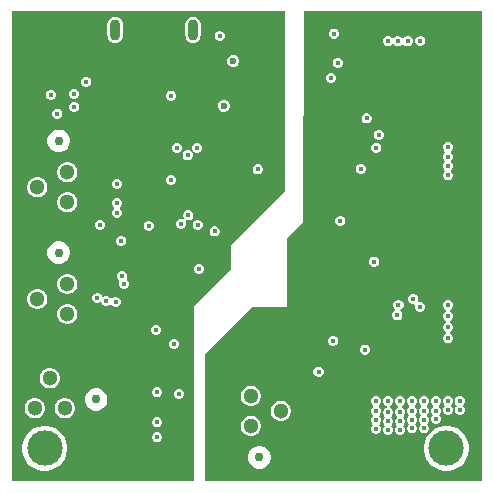
<source format=gbr>
%TF.GenerationSoftware,Altium Limited,Altium Designer,22.10.1 (41)*%
G04 Layer_Physical_Order=2*
G04 Layer_Color=36540*
%FSLAX45Y45*%
%MOMM*%
%TF.SameCoordinates,8EF9DDD9-B046-4884-B7CB-8C41A3A7CB5C*%
%TF.FilePolarity,Positive*%
%TF.FileFunction,Copper,L2,Inr,Signal*%
%TF.Part,Single*%
G01*
G75*
%TA.AperFunction,ComponentPad*%
%ADD46C,1.30000*%
%ADD47C,0.75000*%
%TA.AperFunction,WasherPad*%
%ADD48C,3.00000*%
%TA.AperFunction,SMDPad,CuDef*%
%ADD49C,3.00000*%
%TA.AperFunction,ComponentPad*%
%ADD50O,0.90000X1.80000*%
%TA.AperFunction,ViaPad*%
%ADD51C,0.45000*%
%ADD52C,0.50000*%
%ADD53C,0.60000*%
G36*
X4000000Y20391D02*
X1657773D01*
Y1097500D01*
X2052500Y1495000D01*
X2350000D01*
X2355000Y2082500D01*
X2487500Y2215000D01*
X2492500Y4000000D01*
X4000000D01*
Y20391D01*
D02*
G37*
G36*
X2335000Y2475000D02*
X1875000Y2015000D01*
Y1815000D01*
X1560000Y1500000D01*
Y20391D01*
X20391D01*
Y4000000D01*
X2335000D01*
Y2475000D01*
D02*
G37*
%LPC*%
G36*
X3380954Y3787501D02*
X3364047D01*
X3348426Y3781031D01*
X3336471Y3769076D01*
X3336351Y3768787D01*
X3323651D01*
X3323531Y3769076D01*
X3311576Y3781031D01*
X3295955Y3787501D01*
X3279048D01*
X3263428Y3781031D01*
X3253810Y3771414D01*
X3246252Y3770031D01*
X3238694Y3771414D01*
X3229077Y3781031D01*
X3213456Y3787501D01*
X3196549D01*
X3180928Y3781031D01*
X3168973Y3769076D01*
X3162503Y3753455D01*
Y3736548D01*
X3168973Y3720927D01*
X3180928Y3708972D01*
X3196549Y3702502D01*
X3213456D01*
X3229077Y3708972D01*
X3238694Y3718589D01*
X3246252Y3719972D01*
X3253810Y3718589D01*
X3263428Y3708972D01*
X3279048Y3702502D01*
X3295955D01*
X3311576Y3708972D01*
X3323531Y3720927D01*
X3323651Y3721216D01*
X3336351D01*
X3336471Y3720927D01*
X3348426Y3708972D01*
X3364047Y3702502D01*
X3380954D01*
X3396574Y3708972D01*
X3408530Y3720927D01*
X3415000Y3736548D01*
Y3753455D01*
X3408530Y3769076D01*
X3396574Y3781031D01*
X3380954Y3787501D01*
D02*
G37*
G36*
X2758454Y3852500D02*
X2741546D01*
X2725926Y3846030D01*
X2713970Y3834074D01*
X2707500Y3818454D01*
Y3801546D01*
X2713970Y3785926D01*
X2725926Y3773970D01*
X2741546Y3767500D01*
X2758454D01*
X2774074Y3773970D01*
X2786030Y3785926D01*
X2792500Y3801546D01*
Y3818454D01*
X2786030Y3834074D01*
X2774074Y3846030D01*
X2758454Y3852500D01*
D02*
G37*
G36*
X3488452Y3790001D02*
X3471544D01*
X3455924Y3783530D01*
X3443968Y3771575D01*
X3437498Y3755954D01*
Y3739047D01*
X3443968Y3723427D01*
X3455924Y3711471D01*
X3471544Y3705001D01*
X3488452D01*
X3504072Y3711471D01*
X3516028Y3723427D01*
X3522498Y3739047D01*
Y3755954D01*
X3516028Y3771575D01*
X3504072Y3783530D01*
X3488452Y3790001D01*
D02*
G37*
G36*
X2788453Y3602498D02*
X2771546D01*
X2755925Y3596028D01*
X2743970Y3584072D01*
X2737500Y3568452D01*
Y3551544D01*
X2743970Y3535924D01*
X2755925Y3523968D01*
X2771546Y3517498D01*
X2788453D01*
X2804074Y3523968D01*
X2816029Y3535924D01*
X2822499Y3551544D01*
Y3568452D01*
X2816029Y3584072D01*
X2804074Y3596028D01*
X2788453Y3602498D01*
D02*
G37*
G36*
X2733253Y3477499D02*
X2716346D01*
X2700725Y3471029D01*
X2688770Y3459074D01*
X2682300Y3443453D01*
Y3426546D01*
X2688770Y3410925D01*
X2700725Y3398970D01*
X2716346Y3392500D01*
X2733253D01*
X2748874Y3398970D01*
X2760829Y3410925D01*
X2767299Y3426546D01*
Y3443453D01*
X2760829Y3459074D01*
X2748874Y3471029D01*
X2733253Y3477499D01*
D02*
G37*
G36*
X3033454Y3135000D02*
X3016546D01*
X3000926Y3128530D01*
X2988970Y3116574D01*
X2982500Y3100954D01*
Y3084046D01*
X2988970Y3068426D01*
X3000926Y3056470D01*
X3016546Y3050000D01*
X3033454D01*
X3049074Y3056470D01*
X3061030Y3068426D01*
X3067500Y3084046D01*
Y3100954D01*
X3061030Y3116574D01*
X3049074Y3128530D01*
X3033454Y3135000D01*
D02*
G37*
G36*
X3135954Y2995000D02*
X3119046D01*
X3103426Y2988530D01*
X3091470Y2976574D01*
X3085000Y2960954D01*
Y2944046D01*
X3091470Y2928426D01*
X3103426Y2916470D01*
X3119046Y2910000D01*
X3135954D01*
X3151574Y2916470D01*
X3163530Y2928426D01*
X3170000Y2944046D01*
Y2960954D01*
X3163530Y2976574D01*
X3151574Y2988530D01*
X3135954Y2995000D01*
D02*
G37*
G36*
X3115954Y2887500D02*
X3099046D01*
X3083426Y2881030D01*
X3071470Y2869074D01*
X3065000Y2853454D01*
Y2836546D01*
X3071470Y2820926D01*
X3083426Y2808970D01*
X3099046Y2802500D01*
X3115954D01*
X3131574Y2808970D01*
X3143530Y2820926D01*
X3150000Y2836546D01*
Y2853454D01*
X3143530Y2869074D01*
X3131574Y2881030D01*
X3115954Y2887500D01*
D02*
G37*
G36*
X2983454Y2705000D02*
X2966546D01*
X2950926Y2698530D01*
X2938970Y2686574D01*
X2932500Y2670954D01*
Y2654046D01*
X2938970Y2638426D01*
X2950926Y2626470D01*
X2966546Y2620000D01*
X2983454D01*
X2999074Y2626470D01*
X3011030Y2638426D01*
X3017500Y2654046D01*
Y2670954D01*
X3011030Y2686574D01*
X2999074Y2698530D01*
X2983454Y2705000D01*
D02*
G37*
G36*
X3721453Y2890002D02*
X3704545D01*
X3688925Y2883532D01*
X3676969Y2871577D01*
X3670499Y2855956D01*
Y2839049D01*
X3676969Y2823428D01*
X3684231Y2816167D01*
X3687511Y2807919D01*
X3684231Y2799671D01*
X3676969Y2792409D01*
X3670499Y2776789D01*
Y2759881D01*
X3676969Y2744261D01*
X3684231Y2736999D01*
X3687511Y2728751D01*
X3684231Y2720503D01*
X3676969Y2713242D01*
X3670499Y2697621D01*
Y2680714D01*
X3676969Y2665093D01*
X3684231Y2657832D01*
X3687511Y2649584D01*
X3684231Y2641336D01*
X3676969Y2634074D01*
X3670499Y2618454D01*
Y2601546D01*
X3676969Y2585926D01*
X3688925Y2573970D01*
X3704545Y2567500D01*
X3721453D01*
X3737073Y2573970D01*
X3749029Y2585926D01*
X3755499Y2601546D01*
Y2618454D01*
X3749029Y2634074D01*
X3741767Y2641336D01*
X3738487Y2649584D01*
X3741767Y2657832D01*
X3749029Y2665093D01*
X3755499Y2680714D01*
Y2697621D01*
X3749029Y2713242D01*
X3741767Y2720503D01*
X3738487Y2728751D01*
X3741767Y2736999D01*
X3749029Y2744261D01*
X3755499Y2759881D01*
Y2776789D01*
X3749029Y2792409D01*
X3741767Y2799671D01*
X3738487Y2807919D01*
X3741767Y2816167D01*
X3749029Y2823428D01*
X3755499Y2839049D01*
Y2855956D01*
X3749029Y2871577D01*
X3737073Y2883532D01*
X3721453Y2890002D01*
D02*
G37*
G36*
X2810954Y2265000D02*
X2794046D01*
X2778426Y2258530D01*
X2766470Y2246574D01*
X2760000Y2230954D01*
Y2214046D01*
X2766470Y2198426D01*
X2778426Y2186470D01*
X2794046Y2180000D01*
X2810954D01*
X2826574Y2186470D01*
X2838530Y2198426D01*
X2845000Y2214046D01*
Y2230954D01*
X2838530Y2246574D01*
X2826574Y2258530D01*
X2810954Y2265000D01*
D02*
G37*
G36*
X3098454Y1922500D02*
X3081546D01*
X3065926Y1916030D01*
X3053970Y1904074D01*
X3047500Y1888454D01*
Y1871546D01*
X3053970Y1855926D01*
X3065926Y1843970D01*
X3081546Y1837500D01*
X3098454D01*
X3114074Y1843970D01*
X3126030Y1855926D01*
X3132500Y1871546D01*
Y1888454D01*
X3126030Y1904074D01*
X3114074Y1916030D01*
X3098454Y1922500D01*
D02*
G37*
G36*
X3428452Y1605001D02*
X3411545D01*
X3395924Y1598531D01*
X3383969Y1586575D01*
X3377498Y1570955D01*
Y1554048D01*
X3383969Y1538427D01*
X3395924Y1526472D01*
X3411545Y1520002D01*
X3425608D01*
X3432338Y1513115D01*
X3434739Y1508859D01*
X3432500Y1503454D01*
Y1486546D01*
X3438970Y1470926D01*
X3450926Y1458970D01*
X3466546Y1452500D01*
X3483454D01*
X3499074Y1458970D01*
X3511030Y1470926D01*
X3517500Y1486546D01*
Y1503454D01*
X3511030Y1519074D01*
X3499074Y1531030D01*
X3483454Y1537500D01*
X3469390D01*
X3462661Y1544386D01*
X3460259Y1548642D01*
X3462498Y1554048D01*
Y1570955D01*
X3456028Y1586575D01*
X3444072Y1598531D01*
X3428452Y1605001D01*
D02*
G37*
G36*
X3303171Y1555281D02*
X3286264D01*
X3270643Y1548810D01*
X3258688Y1536855D01*
X3252218Y1521234D01*
Y1504327D01*
X3258688Y1488707D01*
X3269194Y1478201D01*
X3269336Y1470032D01*
X3268169Y1464030D01*
X3260928Y1461031D01*
X3248973Y1449075D01*
X3242503Y1433455D01*
Y1416547D01*
X3248973Y1400927D01*
X3260928Y1388971D01*
X3276549Y1382501D01*
X3293456D01*
X3309076Y1388971D01*
X3321032Y1400927D01*
X3327502Y1416547D01*
Y1433455D01*
X3321032Y1449075D01*
X3310526Y1459581D01*
X3310384Y1467750D01*
X3311551Y1473752D01*
X3318792Y1476751D01*
X3330747Y1488707D01*
X3337217Y1504327D01*
Y1521234D01*
X3330747Y1536855D01*
X3318792Y1548810D01*
X3303171Y1555281D01*
D02*
G37*
G36*
X3720952Y1552500D02*
X3704045D01*
X3688424Y1546030D01*
X3676469Y1534074D01*
X3669999Y1518454D01*
Y1501546D01*
X3676469Y1485926D01*
X3688424Y1473970D01*
X3697511Y1470207D01*
Y1456460D01*
X3688424Y1452696D01*
X3676469Y1440741D01*
X3669999Y1425120D01*
Y1408213D01*
X3676469Y1392593D01*
X3688424Y1380637D01*
X3697511Y1376873D01*
Y1363127D01*
X3688424Y1359363D01*
X3676469Y1347408D01*
X3669999Y1331787D01*
Y1314880D01*
X3676469Y1299259D01*
X3688424Y1287304D01*
X3697511Y1283540D01*
Y1269793D01*
X3688424Y1266030D01*
X3676469Y1254074D01*
X3669999Y1238454D01*
Y1221546D01*
X3676469Y1205926D01*
X3688424Y1193970D01*
X3704045Y1187500D01*
X3720952D01*
X3736573Y1193970D01*
X3748528Y1205926D01*
X3754998Y1221546D01*
Y1238454D01*
X3748528Y1254074D01*
X3736573Y1266030D01*
X3727486Y1269793D01*
Y1283540D01*
X3736573Y1287304D01*
X3748528Y1299259D01*
X3754998Y1314880D01*
Y1331787D01*
X3748528Y1347408D01*
X3736573Y1359363D01*
X3727486Y1363127D01*
Y1376873D01*
X3736573Y1380637D01*
X3748528Y1392593D01*
X3754998Y1408213D01*
Y1425120D01*
X3748528Y1440741D01*
X3736573Y1452696D01*
X3727486Y1456460D01*
Y1470207D01*
X3736573Y1473970D01*
X3748528Y1485926D01*
X3754998Y1501546D01*
Y1518454D01*
X3748528Y1534074D01*
X3736573Y1546030D01*
X3720952Y1552500D01*
D02*
G37*
G36*
X2750954Y1250000D02*
X2734046D01*
X2718426Y1243530D01*
X2706470Y1231574D01*
X2700000Y1215954D01*
Y1199046D01*
X2706470Y1183426D01*
X2718426Y1171470D01*
X2734046Y1165000D01*
X2750954D01*
X2766574Y1171470D01*
X2778530Y1183426D01*
X2785000Y1199046D01*
Y1215954D01*
X2778530Y1231574D01*
X2766574Y1243530D01*
X2750954Y1250000D01*
D02*
G37*
G36*
X3018711Y1177702D02*
X3001804D01*
X2986183Y1171232D01*
X2974228Y1159276D01*
X2967758Y1143656D01*
Y1126748D01*
X2974228Y1111128D01*
X2986183Y1099172D01*
X3001804Y1092702D01*
X3018711D01*
X3034331Y1099172D01*
X3046287Y1111128D01*
X3052757Y1126748D01*
Y1143656D01*
X3046287Y1159276D01*
X3034331Y1171232D01*
X3018711Y1177702D01*
D02*
G37*
G36*
X2625954Y990000D02*
X2609046D01*
X2593426Y983530D01*
X2581470Y971574D01*
X2575000Y955954D01*
Y939046D01*
X2581470Y923426D01*
X2593426Y911470D01*
X2609046Y905000D01*
X2625954D01*
X2641574Y911470D01*
X2653530Y923426D01*
X2660000Y939046D01*
Y955954D01*
X2653530Y971574D01*
X2641574Y983530D01*
X2625954Y990000D01*
D02*
G37*
G36*
X2054689Y828499D02*
X2032308D01*
X2010689Y822707D01*
X1991307Y811517D01*
X1975481Y795691D01*
X1964291Y776308D01*
X1958498Y754690D01*
Y732309D01*
X1964291Y710691D01*
X1975481Y691308D01*
X1991307Y675483D01*
X2010689Y664292D01*
X2032308Y658500D01*
X2054689D01*
X2076307Y664292D01*
X2095689Y675483D01*
X2111515Y691308D01*
X2122705Y710691D01*
X2128498Y732309D01*
Y754690D01*
X2122705Y776308D01*
X2111515Y795691D01*
X2095689Y811517D01*
X2076307Y822707D01*
X2054689Y828499D01*
D02*
G37*
G36*
X3821669Y740000D02*
X3804762D01*
X3789141Y733530D01*
X3777185Y721574D01*
X3770715Y705954D01*
Y689046D01*
X3777185Y673426D01*
X3782315Y668297D01*
X3788113Y660000D01*
X3782315Y651703D01*
X3777185Y646574D01*
X3770715Y630954D01*
Y614046D01*
X3777185Y598426D01*
X3789141Y586470D01*
X3804762Y580000D01*
X3821669D01*
X3837289Y586470D01*
X3849245Y598426D01*
X3855715Y614046D01*
Y630954D01*
X3849245Y646574D01*
X3844116Y651703D01*
X3838317Y660000D01*
X3844116Y668297D01*
X3849245Y673426D01*
X3855715Y689046D01*
Y705954D01*
X3849245Y721574D01*
X3837289Y733530D01*
X3821669Y740000D01*
D02*
G37*
G36*
X3720597D02*
X3703690D01*
X3688069Y733530D01*
X3676114Y721574D01*
X3669644Y705954D01*
Y689046D01*
X3676114Y673426D01*
X3681243Y668297D01*
X3687041Y660000D01*
X3681243Y651703D01*
X3676114Y646574D01*
X3669644Y630954D01*
Y614046D01*
X3676114Y598426D01*
X3688069Y586470D01*
X3703690Y580000D01*
X3720597D01*
X3736218Y586470D01*
X3748173Y598426D01*
X3754643Y614046D01*
Y630954D01*
X3748173Y646574D01*
X3743044Y651703D01*
X3737246Y660000D01*
X3743044Y668297D01*
X3748173Y673426D01*
X3754643Y689046D01*
Y705954D01*
X3748173Y721574D01*
X3736218Y733530D01*
X3720597Y740000D01*
D02*
G37*
G36*
X2308689Y701499D02*
X2286308D01*
X2264689Y695707D01*
X2245307Y684517D01*
X2229481Y668691D01*
X2218291Y649308D01*
X2212498Y627690D01*
Y605309D01*
X2218291Y583691D01*
X2229481Y564308D01*
X2245307Y548483D01*
X2264689Y537292D01*
X2286308Y531500D01*
X2308689D01*
X2330307Y537292D01*
X2349689Y548483D01*
X2365515Y564308D01*
X2376705Y583691D01*
X2382498Y605309D01*
Y627690D01*
X2376705Y649308D01*
X2365515Y668691D01*
X2349689Y684517D01*
X2330307Y695707D01*
X2308689Y701499D01*
D02*
G37*
G36*
X3619525Y740000D02*
X3602618D01*
X3586998Y733530D01*
X3575042Y721574D01*
X3568572Y705954D01*
Y689046D01*
X3575042Y673426D01*
X3582893Y665576D01*
X3585644Y657500D01*
X3582893Y649424D01*
X3575042Y641574D01*
X3568572Y625954D01*
Y609046D01*
X3575042Y593426D01*
X3585968Y582500D01*
X3575042Y571574D01*
X3568572Y555954D01*
Y539046D01*
X3575042Y523426D01*
X3586998Y511470D01*
X3602618Y505000D01*
X3619525D01*
X3635146Y511470D01*
X3647101Y523426D01*
X3653572Y539046D01*
Y555954D01*
X3647101Y571574D01*
X3636176Y582500D01*
X3647101Y593426D01*
X3653572Y609046D01*
Y625954D01*
X3647101Y641574D01*
X3639251Y649424D01*
X3636499Y657500D01*
X3639251Y665576D01*
X3647101Y673426D01*
X3653572Y689046D01*
Y705954D01*
X3647101Y721574D01*
X3635146Y733530D01*
X3619525Y740000D01*
D02*
G37*
G36*
X3518454D02*
X3501546D01*
X3485926Y733530D01*
X3473970Y721574D01*
X3467500Y705954D01*
Y689046D01*
X3473970Y673426D01*
X3481821Y665576D01*
X3484573Y657500D01*
X3481821Y649424D01*
X3473970Y641574D01*
X3467500Y625954D01*
Y609046D01*
X3473970Y593426D01*
X3480350Y587047D01*
X3484549Y578750D01*
X3480350Y570453D01*
X3473970Y564074D01*
X3467500Y548454D01*
Y531546D01*
X3473970Y515926D01*
X3477850Y512047D01*
X3485717Y503750D01*
X3477850Y495453D01*
X3473970Y491574D01*
X3467500Y475954D01*
Y459046D01*
X3473970Y443426D01*
X3485926Y431470D01*
X3501546Y425000D01*
X3518454D01*
X3534074Y431470D01*
X3546030Y443426D01*
X3552500Y459046D01*
Y475954D01*
X3546030Y491574D01*
X3542151Y495453D01*
X3534284Y503750D01*
X3542151Y512047D01*
X3546030Y515926D01*
X3552500Y531546D01*
Y548454D01*
X3546030Y564074D01*
X3539651Y570453D01*
X3535451Y578750D01*
X3539651Y587047D01*
X3546030Y593426D01*
X3552500Y609046D01*
Y625954D01*
X3546030Y641574D01*
X3538179Y649424D01*
X3535428Y657500D01*
X3538179Y665576D01*
X3546030Y673426D01*
X3552500Y689046D01*
Y705954D01*
X3546030Y721574D01*
X3534074Y733530D01*
X3518454Y740000D01*
D02*
G37*
G36*
X3417382D02*
X3400475D01*
X3384854Y733530D01*
X3372899Y721574D01*
X3366429Y705954D01*
Y689046D01*
X3372899Y673426D01*
X3380749Y665576D01*
X3383501Y657500D01*
X3380749Y649424D01*
X3372899Y641574D01*
X3366429Y625954D01*
Y609046D01*
X3372899Y593426D01*
X3378028Y588297D01*
X3383826Y580000D01*
X3378028Y571703D01*
X3372899Y566574D01*
X3366429Y550954D01*
Y534046D01*
X3372899Y518426D01*
X3378028Y513297D01*
X3383826Y505000D01*
X3378028Y496703D01*
X3372899Y491574D01*
X3366429Y475954D01*
Y459046D01*
X3372899Y443426D01*
X3384854Y431470D01*
X3400475Y425000D01*
X3417382D01*
X3433003Y431470D01*
X3444958Y443426D01*
X3451428Y459046D01*
Y475954D01*
X3444958Y491574D01*
X3439829Y496703D01*
X3434030Y505000D01*
X3439829Y513297D01*
X3444958Y518426D01*
X3451428Y534046D01*
Y550954D01*
X3444958Y566574D01*
X3439829Y571703D01*
X3434030Y580000D01*
X3439829Y588297D01*
X3444958Y593426D01*
X3451428Y609046D01*
Y625954D01*
X3444958Y641574D01*
X3437108Y649424D01*
X3434356Y657500D01*
X3437108Y665576D01*
X3444958Y673426D01*
X3451428Y689046D01*
Y705954D01*
X3444958Y721574D01*
X3433003Y733530D01*
X3417382Y740000D01*
D02*
G37*
G36*
X3114167D02*
X3097260D01*
X3081639Y733530D01*
X3069684Y721574D01*
X3063214Y705954D01*
Y689046D01*
X3069684Y673426D01*
X3080362Y662747D01*
X3081062Y655500D01*
X3080362Y648253D01*
X3069684Y637574D01*
X3063214Y621954D01*
Y605046D01*
X3069684Y589426D01*
X3076063Y583047D01*
X3080262Y574750D01*
X3076063Y566453D01*
X3069684Y560074D01*
X3063214Y544454D01*
Y527546D01*
X3069684Y511926D01*
X3073563Y508047D01*
X3081430Y499750D01*
X3073563Y491453D01*
X3069684Y487574D01*
X3063214Y471954D01*
Y455046D01*
X3069684Y439426D01*
X3081639Y427470D01*
X3097260Y421000D01*
X3114167D01*
X3129787Y427470D01*
X3141743Y439426D01*
X3148213Y455046D01*
Y471954D01*
X3141743Y487574D01*
X3137864Y491453D01*
X3129997Y499750D01*
X3137864Y508047D01*
X3141743Y511926D01*
X3148213Y527546D01*
Y544454D01*
X3141743Y560074D01*
X3135364Y566453D01*
X3131165Y574750D01*
X3135364Y583047D01*
X3141743Y589426D01*
X3148213Y605046D01*
Y621954D01*
X3141743Y637574D01*
X3131064Y648253D01*
X3130364Y655500D01*
X3131064Y662747D01*
X3141743Y673426D01*
X3148213Y689046D01*
Y705954D01*
X3141743Y721574D01*
X3129787Y733530D01*
X3114167Y740000D01*
D02*
G37*
G36*
X3316310D02*
X3299403D01*
X3283783Y733530D01*
X3271827Y721574D01*
X3265357Y705954D01*
Y689046D01*
X3271827Y673426D01*
X3283783Y661470D01*
X3291863Y658123D01*
Y644377D01*
X3283783Y641030D01*
X3271827Y629074D01*
X3265357Y613454D01*
Y596546D01*
X3271827Y580926D01*
X3278206Y574547D01*
X3282405Y566250D01*
X3278206Y557953D01*
X3271827Y551574D01*
X3265357Y535954D01*
Y519046D01*
X3271827Y503426D01*
X3275706Y499547D01*
X3283573Y491250D01*
X3275706Y482953D01*
X3271827Y479074D01*
X3265357Y463454D01*
Y446546D01*
X3271827Y430926D01*
X3283783Y418970D01*
X3299403Y412500D01*
X3316310D01*
X3331931Y418970D01*
X3343886Y430926D01*
X3350357Y446546D01*
Y463454D01*
X3343886Y479074D01*
X3340007Y482953D01*
X3332140Y491250D01*
X3340007Y499547D01*
X3343886Y503426D01*
X3350357Y519046D01*
Y535954D01*
X3343886Y551574D01*
X3337507Y557953D01*
X3333308Y566250D01*
X3337507Y574547D01*
X3343886Y580926D01*
X3350357Y596546D01*
Y613454D01*
X3343886Y629074D01*
X3331931Y641030D01*
X3323850Y644377D01*
Y658123D01*
X3331931Y661470D01*
X3343886Y673426D01*
X3350357Y689046D01*
Y705954D01*
X3343886Y721574D01*
X3331931Y733530D01*
X3316310Y740000D01*
D02*
G37*
G36*
X3215239D02*
X3198331D01*
X3182711Y733530D01*
X3170755Y721574D01*
X3164285Y705954D01*
Y689046D01*
X3170755Y673426D01*
X3182711Y661470D01*
X3194148Y656733D01*
Y643267D01*
X3182711Y638530D01*
X3170755Y626574D01*
X3164285Y610954D01*
Y594046D01*
X3170755Y578426D01*
X3175884Y573297D01*
X3181683Y565000D01*
X3175884Y556703D01*
X3170755Y551574D01*
X3164285Y535954D01*
Y519046D01*
X3170755Y503426D01*
X3175885Y498297D01*
X3181683Y490000D01*
X3175885Y481703D01*
X3170755Y476574D01*
X3164285Y460954D01*
Y444046D01*
X3170755Y428426D01*
X3182711Y416470D01*
X3198331Y410000D01*
X3215239D01*
X3230859Y416470D01*
X3242815Y428426D01*
X3249285Y444046D01*
Y460954D01*
X3242815Y476574D01*
X3237685Y481703D01*
X3231887Y490000D01*
X3237685Y498297D01*
X3242815Y503426D01*
X3249285Y519046D01*
Y535954D01*
X3242815Y551574D01*
X3237686Y556703D01*
X3231887Y565000D01*
X3237686Y573297D01*
X3242815Y578426D01*
X3249285Y594046D01*
Y610954D01*
X3242815Y626574D01*
X3230859Y638530D01*
X3219422Y643267D01*
Y656733D01*
X3230859Y661470D01*
X3242815Y673426D01*
X3249285Y689046D01*
Y705954D01*
X3242815Y721574D01*
X3230859Y733530D01*
X3215239Y740000D01*
D02*
G37*
G36*
X2054689Y574499D02*
X2032308D01*
X2010689Y568707D01*
X1991307Y557517D01*
X1975481Y541691D01*
X1964291Y522308D01*
X1958498Y500690D01*
Y478309D01*
X1964291Y456691D01*
X1975481Y437308D01*
X1991307Y421483D01*
X2010689Y410292D01*
X2032308Y404500D01*
X2054689D01*
X2076307Y410292D01*
X2095689Y421483D01*
X2111515Y437308D01*
X2122705Y456691D01*
X2128498Y478309D01*
Y500690D01*
X2122705Y522308D01*
X2111515Y541691D01*
X2095689Y557517D01*
X2076307Y568707D01*
X2054689Y574499D01*
D02*
G37*
G36*
X2130005Y317500D02*
X2104991D01*
X2080830Y311026D01*
X2059167Y298519D01*
X2041480Y280831D01*
X2028973Y259168D01*
X2022499Y235007D01*
Y209993D01*
X2028973Y185831D01*
X2041480Y164169D01*
X2059167Y146481D01*
X2080830Y133974D01*
X2104991Y127500D01*
X2130005D01*
X2154167Y133974D01*
X2175830Y146481D01*
X2193517Y164169D01*
X2206024Y185831D01*
X2212498Y209993D01*
Y235007D01*
X2206024Y259168D01*
X2193517Y280831D01*
X2175830Y298519D01*
X2154167Y311026D01*
X2130005Y317500D01*
D02*
G37*
G36*
X3718711Y489999D02*
X3681284D01*
X3644577Y482698D01*
X3609999Y468375D01*
X3578880Y447582D01*
X3552415Y421117D01*
X3531622Y389998D01*
X3517300Y355420D01*
X3509998Y318713D01*
Y281286D01*
X3517300Y244579D01*
X3531622Y210001D01*
X3552415Y178882D01*
X3578880Y152417D01*
X3609999Y131624D01*
X3644577Y117301D01*
X3681284Y110000D01*
X3718711D01*
X3755418Y117301D01*
X3789996Y131624D01*
X3821116Y152417D01*
X3847580Y178882D01*
X3868373Y210001D01*
X3882696Y244579D01*
X3889998Y281286D01*
Y318713D01*
X3882696Y355420D01*
X3868373Y389998D01*
X3847580Y421117D01*
X3821116Y447582D01*
X3789996Y468375D01*
X3755418Y482698D01*
X3718711Y489999D01*
D02*
G37*
G36*
X1788454Y3832500D02*
X1771546D01*
X1755926Y3826030D01*
X1743970Y3814074D01*
X1737500Y3798454D01*
Y3781546D01*
X1743970Y3765926D01*
X1755926Y3753970D01*
X1771546Y3747500D01*
X1788454D01*
X1804074Y3753970D01*
X1816030Y3765926D01*
X1822500Y3781546D01*
Y3798454D01*
X1816030Y3814074D01*
X1804074Y3826030D01*
X1788454Y3832500D01*
D02*
G37*
G36*
X1554998Y3953062D02*
X1538030Y3950829D01*
X1522218Y3944279D01*
X1508640Y3933860D01*
X1498221Y3920282D01*
X1491671Y3904470D01*
X1489437Y3887502D01*
Y3797502D01*
X1491671Y3780533D01*
X1498221Y3764721D01*
X1508640Y3751144D01*
X1522218Y3740725D01*
X1538030Y3734175D01*
X1554998Y3731941D01*
X1571967Y3734175D01*
X1587778Y3740725D01*
X1601356Y3751144D01*
X1611775Y3764721D01*
X1618325Y3780533D01*
X1620559Y3797502D01*
Y3887502D01*
X1618325Y3904470D01*
X1611775Y3920282D01*
X1601356Y3933860D01*
X1587778Y3944279D01*
X1571967Y3950829D01*
X1554998Y3953062D01*
D02*
G37*
G36*
X894999D02*
X878031Y3950829D01*
X862219Y3944279D01*
X848641Y3933860D01*
X838222Y3920282D01*
X831673Y3904470D01*
X829439Y3887502D01*
Y3797502D01*
X831673Y3780533D01*
X838222Y3764721D01*
X848641Y3751144D01*
X862219Y3740725D01*
X878031Y3734175D01*
X894999Y3731941D01*
X911968Y3734175D01*
X927780Y3740725D01*
X941358Y3751144D01*
X951777Y3764721D01*
X958326Y3780533D01*
X960560Y3797502D01*
Y3887502D01*
X958326Y3904470D01*
X951777Y3920282D01*
X941358Y3933860D01*
X927780Y3944279D01*
X911968Y3950829D01*
X894999Y3953062D01*
D02*
G37*
G36*
X1906895Y3627104D02*
X1887003D01*
X1868626Y3619492D01*
X1854561Y3605427D01*
X1846949Y3587050D01*
Y3567159D01*
X1854561Y3548782D01*
X1868626Y3534716D01*
X1887003Y3527104D01*
X1906895D01*
X1925272Y3534716D01*
X1939337Y3548782D01*
X1946949Y3567159D01*
Y3587050D01*
X1939337Y3605427D01*
X1925272Y3619492D01*
X1906895Y3627104D01*
D02*
G37*
G36*
X659953Y3442498D02*
X643046D01*
X627426Y3436028D01*
X615470Y3424072D01*
X609000Y3408452D01*
Y3391545D01*
X615470Y3375924D01*
X627426Y3363969D01*
X643046Y3357498D01*
X659953D01*
X675574Y3363969D01*
X687529Y3375924D01*
X694000Y3391545D01*
Y3408452D01*
X687529Y3424072D01*
X675574Y3436028D01*
X659953Y3442498D01*
D02*
G37*
G36*
X555954Y3342500D02*
X539046D01*
X523426Y3336030D01*
X511470Y3324074D01*
X505000Y3308454D01*
Y3291546D01*
X511470Y3275926D01*
X523426Y3263970D01*
X539046Y3257500D01*
X555954D01*
X571574Y3263970D01*
X583530Y3275926D01*
X590000Y3291546D01*
Y3308454D01*
X583530Y3324074D01*
X571574Y3336030D01*
X555954Y3342500D01*
D02*
G37*
G36*
X358454Y3335000D02*
X341546D01*
X325926Y3328530D01*
X313970Y3316574D01*
X307500Y3300954D01*
Y3284046D01*
X313970Y3268426D01*
X325926Y3256470D01*
X341546Y3250000D01*
X358454D01*
X374074Y3256470D01*
X386030Y3268426D01*
X392500Y3284046D01*
Y3300954D01*
X386030Y3316574D01*
X374074Y3328530D01*
X358454Y3335000D01*
D02*
G37*
G36*
X1378453Y3327502D02*
X1361546D01*
X1345926Y3321032D01*
X1333970Y3309076D01*
X1327500Y3293456D01*
Y3276549D01*
X1333970Y3260928D01*
X1345926Y3248973D01*
X1361546Y3242503D01*
X1378453D01*
X1394074Y3248973D01*
X1406029Y3260928D01*
X1412500Y3276549D01*
Y3293456D01*
X1406029Y3309076D01*
X1394074Y3321032D01*
X1378453Y3327502D01*
D02*
G37*
G36*
X1825482Y3249460D02*
X1805590D01*
X1787213Y3241848D01*
X1773148Y3227783D01*
X1765536Y3209406D01*
Y3189515D01*
X1773148Y3171138D01*
X1787213Y3157072D01*
X1805590Y3149461D01*
X1825482D01*
X1843859Y3157072D01*
X1857924Y3171138D01*
X1865536Y3189515D01*
Y3209406D01*
X1857924Y3227783D01*
X1843859Y3241848D01*
X1825482Y3249460D01*
D02*
G37*
G36*
X558452Y3232100D02*
X541545D01*
X525924Y3225630D01*
X513968Y3213674D01*
X507498Y3198054D01*
Y3181146D01*
X513968Y3165526D01*
X525924Y3153570D01*
X541545Y3147100D01*
X558452D01*
X574072Y3153570D01*
X586028Y3165526D01*
X592498Y3181146D01*
Y3198054D01*
X586028Y3213674D01*
X574072Y3225630D01*
X558452Y3232100D01*
D02*
G37*
G36*
X415954Y3175000D02*
X399046D01*
X383426Y3168530D01*
X371470Y3156574D01*
X365000Y3140954D01*
Y3124046D01*
X371470Y3108426D01*
X383426Y3096470D01*
X399046Y3090000D01*
X415954D01*
X431574Y3096470D01*
X443530Y3108426D01*
X450000Y3124046D01*
Y3140954D01*
X443530Y3156574D01*
X431574Y3168530D01*
X415954Y3175000D01*
D02*
G37*
G36*
X430506Y2997000D02*
X405492D01*
X381330Y2990525D01*
X359668Y2978018D01*
X341980Y2960331D01*
X329473Y2938668D01*
X322999Y2914507D01*
Y2889493D01*
X329473Y2865331D01*
X341980Y2843669D01*
X359668Y2825981D01*
X381330Y2813474D01*
X405492Y2807000D01*
X430506D01*
X454667Y2813474D01*
X476330Y2825981D01*
X494018Y2843669D01*
X506525Y2865331D01*
X512999Y2889493D01*
Y2914507D01*
X506525Y2938668D01*
X494018Y2960331D01*
X476330Y2978018D01*
X454667Y2990525D01*
X430506Y2997000D01*
D02*
G37*
G36*
X1597743Y2885139D02*
X1580836D01*
X1565215Y2878668D01*
X1553260Y2866713D01*
X1546789Y2851092D01*
Y2834185D01*
X1553260Y2818565D01*
X1565215Y2806609D01*
X1580836Y2800139D01*
X1597743D01*
X1613363Y2806609D01*
X1625319Y2818565D01*
X1631789Y2834185D01*
Y2851092D01*
X1625319Y2866713D01*
X1613363Y2878668D01*
X1597743Y2885139D01*
D02*
G37*
G36*
X1428523D02*
X1411616D01*
X1395995Y2878668D01*
X1384040Y2866713D01*
X1377570Y2851092D01*
Y2834185D01*
X1384040Y2818565D01*
X1395995Y2806609D01*
X1411616Y2800139D01*
X1428523D01*
X1444143Y2806609D01*
X1456099Y2818565D01*
X1462569Y2834185D01*
Y2851092D01*
X1456099Y2866713D01*
X1444143Y2878668D01*
X1428523Y2885139D01*
D02*
G37*
G36*
X1518454Y2822500D02*
X1501546D01*
X1485926Y2816030D01*
X1473970Y2804074D01*
X1467500Y2788454D01*
Y2771546D01*
X1473970Y2755926D01*
X1485926Y2743970D01*
X1501546Y2737500D01*
X1518454D01*
X1534074Y2743970D01*
X1546030Y2755926D01*
X1552500Y2771546D01*
Y2788454D01*
X1546030Y2804074D01*
X1534074Y2816030D01*
X1518454Y2822500D01*
D02*
G37*
G36*
X2110954Y2702500D02*
X2094046D01*
X2078426Y2696030D01*
X2066470Y2684074D01*
X2060000Y2668454D01*
Y2651546D01*
X2066470Y2635926D01*
X2078426Y2623970D01*
X2094046Y2617500D01*
X2110954D01*
X2126574Y2623970D01*
X2138530Y2635926D01*
X2145000Y2651546D01*
Y2668454D01*
X2138530Y2684074D01*
X2126574Y2696030D01*
X2110954Y2702500D01*
D02*
G37*
G36*
X503190Y2720000D02*
X480809D01*
X459191Y2714207D01*
X439808Y2703017D01*
X423982Y2687191D01*
X412792Y2667809D01*
X406999Y2646191D01*
Y2623810D01*
X412792Y2602191D01*
X423982Y2582809D01*
X439808Y2566983D01*
X459191Y2555793D01*
X480809Y2550000D01*
X503190D01*
X524808Y2555793D01*
X544190Y2566983D01*
X560016Y2582809D01*
X571207Y2602191D01*
X576999Y2623810D01*
Y2646191D01*
X571207Y2667809D01*
X560016Y2687191D01*
X544190Y2703017D01*
X524808Y2714207D01*
X503190Y2720000D01*
D02*
G37*
G36*
X1378453Y2612502D02*
X1361546D01*
X1345926Y2606032D01*
X1333970Y2594077D01*
X1327500Y2578456D01*
Y2561549D01*
X1333970Y2545928D01*
X1345926Y2533973D01*
X1361546Y2527503D01*
X1378453D01*
X1394074Y2533973D01*
X1406029Y2545928D01*
X1412500Y2561549D01*
Y2578456D01*
X1406029Y2594077D01*
X1394074Y2606032D01*
X1378453Y2612502D01*
D02*
G37*
G36*
X920998Y2577623D02*
X904091D01*
X888470Y2571153D01*
X876515Y2559198D01*
X870045Y2543577D01*
Y2526670D01*
X876515Y2511050D01*
X888470Y2499094D01*
X904091Y2492624D01*
X920998D01*
X936619Y2499094D01*
X948574Y2511050D01*
X955044Y2526670D01*
Y2543577D01*
X948574Y2559198D01*
X936619Y2571153D01*
X920998Y2577623D01*
D02*
G37*
G36*
X249190Y2593000D02*
X226809D01*
X205191Y2587207D01*
X185808Y2576017D01*
X169982Y2560191D01*
X158792Y2540809D01*
X152999Y2519191D01*
Y2496810D01*
X158792Y2475191D01*
X169982Y2455809D01*
X185808Y2439983D01*
X205191Y2428793D01*
X226809Y2423000D01*
X249190D01*
X270808Y2428793D01*
X290190Y2439983D01*
X306016Y2455809D01*
X317207Y2475191D01*
X322999Y2496810D01*
Y2519191D01*
X317207Y2540809D01*
X306016Y2560191D01*
X290190Y2576017D01*
X270808Y2587207D01*
X249190Y2593000D01*
D02*
G37*
G36*
X503190Y2466000D02*
X480809D01*
X459191Y2460207D01*
X439808Y2449017D01*
X423982Y2433191D01*
X412792Y2413809D01*
X406999Y2392191D01*
Y2369810D01*
X412792Y2348191D01*
X423982Y2328809D01*
X439808Y2312983D01*
X459191Y2301793D01*
X480809Y2296000D01*
X503190D01*
X524808Y2301793D01*
X544190Y2312983D01*
X560016Y2328809D01*
X571207Y2348191D01*
X576999Y2369810D01*
Y2392191D01*
X571207Y2413809D01*
X560016Y2433191D01*
X544190Y2449017D01*
X524808Y2460207D01*
X503190Y2466000D01*
D02*
G37*
G36*
X920998Y2417616D02*
X904091D01*
X888470Y2411146D01*
X876515Y2399190D01*
X870045Y2383570D01*
Y2366662D01*
X876515Y2351042D01*
X884368Y2343189D01*
X887118Y2335114D01*
X884368Y2327039D01*
X876515Y2319186D01*
X870045Y2303566D01*
Y2286658D01*
X876515Y2271038D01*
X888470Y2259082D01*
X904091Y2252612D01*
X920998D01*
X936619Y2259082D01*
X948574Y2271038D01*
X955044Y2286658D01*
Y2303566D01*
X948574Y2319186D01*
X940721Y2327039D01*
X937971Y2335114D01*
X940721Y2343189D01*
X948574Y2351042D01*
X955044Y2366662D01*
Y2383570D01*
X948574Y2399190D01*
X936619Y2411146D01*
X920998Y2417616D01*
D02*
G37*
G36*
X1523828Y2313712D02*
X1506921D01*
X1491300Y2307242D01*
X1479345Y2295286D01*
X1472874Y2279666D01*
Y2262758D01*
X1478123Y2250088D01*
X1471588Y2241293D01*
X1469665Y2239845D01*
X1463254Y2242500D01*
X1446347D01*
X1430726Y2236030D01*
X1418771Y2224075D01*
X1412300Y2208454D01*
Y2191547D01*
X1418771Y2175927D01*
X1430726Y2163971D01*
X1446347Y2157501D01*
X1463254D01*
X1478874Y2163971D01*
X1490830Y2175927D01*
X1497300Y2191547D01*
Y2208454D01*
X1492052Y2221125D01*
X1498587Y2229920D01*
X1500509Y2231368D01*
X1506921Y2228712D01*
X1523828D01*
X1539448Y2235182D01*
X1551404Y2247138D01*
X1557874Y2262758D01*
Y2279666D01*
X1551404Y2295286D01*
X1539448Y2307242D01*
X1523828Y2313712D01*
D02*
G37*
G36*
X775993Y2232607D02*
X759086D01*
X743466Y2226137D01*
X731510Y2214182D01*
X725040Y2198561D01*
Y2181654D01*
X731510Y2166033D01*
X743466Y2154078D01*
X759086Y2147608D01*
X775993D01*
X791614Y2154078D01*
X803569Y2166033D01*
X810040Y2181654D01*
Y2198561D01*
X803569Y2214182D01*
X791614Y2226137D01*
X775993Y2232607D01*
D02*
G37*
G36*
X1602639Y2232005D02*
X1585732D01*
X1570111Y2225535D01*
X1558156Y2213580D01*
X1551685Y2197959D01*
Y2181052D01*
X1558156Y2165431D01*
X1570111Y2153476D01*
X1585732Y2147006D01*
X1602639D01*
X1618259Y2153476D01*
X1630215Y2165431D01*
X1636685Y2181052D01*
Y2197959D01*
X1630215Y2213580D01*
X1618259Y2225535D01*
X1602639Y2232005D01*
D02*
G37*
G36*
X1187420Y2222501D02*
X1170513D01*
X1154892Y2216030D01*
X1142936Y2204075D01*
X1136466Y2188454D01*
Y2171547D01*
X1142936Y2155927D01*
X1154892Y2143971D01*
X1170513Y2137501D01*
X1187420D01*
X1203040Y2143971D01*
X1214996Y2155927D01*
X1221466Y2171547D01*
Y2188454D01*
X1214996Y2204075D01*
X1203040Y2216030D01*
X1187420Y2222501D01*
D02*
G37*
G36*
X1746038Y2177604D02*
X1729131D01*
X1713511Y2171134D01*
X1701555Y2159178D01*
X1695085Y2143558D01*
Y2126651D01*
X1701555Y2111030D01*
X1713511Y2099075D01*
X1729131Y2092604D01*
X1746038D01*
X1761659Y2099075D01*
X1773614Y2111030D01*
X1780085Y2126651D01*
Y2143558D01*
X1773614Y2159178D01*
X1761659Y2171134D01*
X1746038Y2177604D01*
D02*
G37*
G36*
X956000Y2098662D02*
X939093D01*
X923472Y2092192D01*
X911517Y2080236D01*
X905046Y2064616D01*
Y2047709D01*
X911517Y2032088D01*
X923472Y2020133D01*
X939093Y2013662D01*
X956000D01*
X971620Y2020133D01*
X983576Y2032088D01*
X990046Y2047709D01*
Y2064616D01*
X983576Y2080236D01*
X971620Y2092192D01*
X956000Y2098662D01*
D02*
G37*
G36*
X430506Y2051999D02*
X405492D01*
X381330Y2045525D01*
X359668Y2033018D01*
X341980Y2015331D01*
X329473Y1993668D01*
X322999Y1969507D01*
Y1944493D01*
X329473Y1920331D01*
X341980Y1898669D01*
X359668Y1880981D01*
X381330Y1868474D01*
X405492Y1862000D01*
X430506D01*
X454667Y1868474D01*
X476330Y1880981D01*
X494018Y1898669D01*
X506525Y1920331D01*
X512999Y1944493D01*
Y1969507D01*
X506525Y1993668D01*
X494018Y2015331D01*
X476330Y2033018D01*
X454667Y2045525D01*
X430506Y2051999D01*
D02*
G37*
G36*
X1615954Y1861745D02*
X1599046D01*
X1583426Y1855274D01*
X1571470Y1843319D01*
X1565000Y1827698D01*
Y1810791D01*
X1571470Y1795171D01*
X1583426Y1783215D01*
X1599046Y1776745D01*
X1615954D01*
X1631574Y1783215D01*
X1643530Y1795171D01*
X1650000Y1810791D01*
Y1827698D01*
X1643530Y1843319D01*
X1631574Y1855274D01*
X1615954Y1861745D01*
D02*
G37*
G36*
X961529Y1800496D02*
X944622D01*
X929001Y1794025D01*
X917046Y1782070D01*
X910576Y1766449D01*
Y1749542D01*
X917046Y1733922D01*
X929001Y1721966D01*
X931172Y1707320D01*
X927498Y1698450D01*
Y1681543D01*
X933968Y1665922D01*
X945924Y1653967D01*
X961544Y1647497D01*
X978452D01*
X994072Y1653967D01*
X1006028Y1665922D01*
X1012498Y1681543D01*
Y1698450D01*
X1006028Y1714071D01*
X994072Y1726026D01*
X991901Y1740672D01*
X995575Y1749542D01*
Y1766449D01*
X989105Y1782070D01*
X977149Y1794025D01*
X961529Y1800496D01*
D02*
G37*
G36*
X503190Y1775000D02*
X480809D01*
X459191Y1769207D01*
X439808Y1758017D01*
X423982Y1742191D01*
X412792Y1722809D01*
X406999Y1701190D01*
Y1678809D01*
X412792Y1657191D01*
X423982Y1637809D01*
X439808Y1621983D01*
X459191Y1610793D01*
X480809Y1605000D01*
X503190D01*
X524808Y1610793D01*
X544190Y1621983D01*
X560016Y1637809D01*
X571207Y1657191D01*
X576999Y1678809D01*
Y1701190D01*
X571207Y1722809D01*
X560016Y1742191D01*
X544190Y1758017D01*
X524808Y1769207D01*
X503190Y1775000D01*
D02*
G37*
G36*
X754702Y1615324D02*
X737795D01*
X722174Y1608854D01*
X710219Y1596898D01*
X703748Y1581278D01*
Y1564370D01*
X710219Y1548750D01*
X722174Y1536794D01*
X737795Y1530324D01*
X754702D01*
X766234Y1535101D01*
X770555Y1536642D01*
X781176Y1529688D01*
X783770Y1523426D01*
X795725Y1511470D01*
X811346Y1505000D01*
X828253D01*
X843874Y1511470D01*
X849317Y1516914D01*
X863459Y1515927D01*
X864198Y1515201D01*
X875428Y1503970D01*
X891049Y1497500D01*
X907956D01*
X923577Y1503970D01*
X935532Y1515926D01*
X942002Y1531546D01*
Y1548454D01*
X935532Y1564074D01*
X923577Y1576030D01*
X907956Y1582500D01*
X891049D01*
X875428Y1576030D01*
X869985Y1570586D01*
X855843Y1571573D01*
X855104Y1572299D01*
X843874Y1583530D01*
X828253Y1590000D01*
X811346D01*
X799814Y1585223D01*
X795492Y1583682D01*
X784871Y1590636D01*
X782278Y1596898D01*
X770322Y1608854D01*
X754702Y1615324D01*
D02*
G37*
G36*
X249190Y1648000D02*
X226809D01*
X205191Y1642207D01*
X185808Y1631017D01*
X169982Y1615191D01*
X158792Y1595809D01*
X152999Y1574190D01*
Y1551809D01*
X158792Y1530191D01*
X169982Y1510809D01*
X185808Y1494983D01*
X205191Y1483793D01*
X226809Y1478000D01*
X249190D01*
X270808Y1483793D01*
X290190Y1494983D01*
X306016Y1510809D01*
X317207Y1530191D01*
X322999Y1551809D01*
Y1574190D01*
X317207Y1595809D01*
X306016Y1615191D01*
X290190Y1631017D01*
X270808Y1642207D01*
X249190Y1648000D01*
D02*
G37*
G36*
X503190Y1521000D02*
X480809D01*
X459191Y1515207D01*
X439808Y1504017D01*
X423982Y1488191D01*
X412792Y1468809D01*
X406999Y1447190D01*
Y1424809D01*
X412792Y1403191D01*
X423982Y1383809D01*
X439808Y1367983D01*
X459191Y1356793D01*
X480809Y1351000D01*
X503190D01*
X524808Y1356793D01*
X544190Y1367983D01*
X560016Y1383809D01*
X571207Y1403191D01*
X576999Y1424809D01*
Y1447190D01*
X571207Y1468809D01*
X560016Y1488191D01*
X544190Y1504017D01*
X524808Y1515207D01*
X503190Y1521000D01*
D02*
G37*
G36*
X1248454Y1342500D02*
X1231546D01*
X1215926Y1336030D01*
X1203970Y1324074D01*
X1197500Y1308454D01*
Y1291546D01*
X1203970Y1275926D01*
X1215926Y1263970D01*
X1231546Y1257500D01*
X1248454D01*
X1264074Y1263970D01*
X1276030Y1275926D01*
X1282500Y1291546D01*
Y1308454D01*
X1276030Y1324074D01*
X1264074Y1336030D01*
X1248454Y1342500D01*
D02*
G37*
G36*
X1403380Y1225372D02*
X1386473D01*
X1370853Y1218902D01*
X1358897Y1206946D01*
X1352427Y1191326D01*
Y1174418D01*
X1358897Y1158798D01*
X1370853Y1146842D01*
X1386473Y1140372D01*
X1403380D01*
X1419001Y1146842D01*
X1430956Y1158798D01*
X1437427Y1174418D01*
Y1191326D01*
X1430956Y1206946D01*
X1419001Y1218902D01*
X1403380Y1225372D01*
D02*
G37*
G36*
X352191Y977500D02*
X329810D01*
X308191Y971707D01*
X288809Y960517D01*
X272983Y944691D01*
X261793Y925309D01*
X256000Y903691D01*
Y881310D01*
X261793Y859691D01*
X272983Y840309D01*
X288809Y824483D01*
X308191Y813293D01*
X329810Y807500D01*
X352191D01*
X373809Y813293D01*
X393191Y824483D01*
X409017Y840309D01*
X420207Y859691D01*
X426000Y881310D01*
Y903691D01*
X420207Y925309D01*
X409017Y944691D01*
X393191Y960517D01*
X373809Y971707D01*
X352191Y977500D01*
D02*
G37*
G36*
X1258454Y815498D02*
X1241546D01*
X1225926Y809028D01*
X1213970Y797072D01*
X1207500Y781452D01*
Y764545D01*
X1213970Y748924D01*
X1225926Y736969D01*
X1241546Y730498D01*
X1258454D01*
X1274074Y736969D01*
X1286030Y748924D01*
X1292500Y764545D01*
Y781452D01*
X1286030Y797072D01*
X1274074Y809028D01*
X1258454Y815498D01*
D02*
G37*
G36*
X1443454Y800000D02*
X1426546D01*
X1410926Y793530D01*
X1398970Y781574D01*
X1392500Y765954D01*
Y749046D01*
X1398970Y733426D01*
X1410926Y721470D01*
X1426546Y715000D01*
X1443454D01*
X1459074Y721470D01*
X1471030Y733426D01*
X1477500Y749046D01*
Y765954D01*
X1471030Y781574D01*
X1459074Y793530D01*
X1443454Y800000D01*
D02*
G37*
G36*
X747507Y807500D02*
X722493D01*
X698331Y801026D01*
X676669Y788519D01*
X658981Y770832D01*
X646474Y749169D01*
X640000Y725007D01*
Y699994D01*
X646474Y675832D01*
X658981Y654169D01*
X676669Y636482D01*
X698331Y623975D01*
X722493Y617501D01*
X747507D01*
X771668Y623975D01*
X793331Y636482D01*
X811018Y654169D01*
X823525Y675832D01*
X830000Y699994D01*
Y725007D01*
X823525Y749169D01*
X811018Y770832D01*
X793331Y788519D01*
X771668Y801026D01*
X747507Y807500D01*
D02*
G37*
G36*
X479191Y723500D02*
X456810D01*
X435191Y717707D01*
X415809Y706517D01*
X399983Y690691D01*
X388793Y671309D01*
X383000Y649691D01*
Y627310D01*
X388793Y605691D01*
X399983Y586309D01*
X415809Y570483D01*
X435191Y559293D01*
X456810Y553500D01*
X479191D01*
X500809Y559293D01*
X520191Y570483D01*
X536017Y586309D01*
X547207Y605691D01*
X553000Y627310D01*
Y649691D01*
X547207Y671309D01*
X536017Y690691D01*
X520191Y706517D01*
X500809Y717707D01*
X479191Y723500D01*
D02*
G37*
G36*
X225191D02*
X202810D01*
X181191Y717707D01*
X161809Y706517D01*
X145983Y690691D01*
X134793Y671309D01*
X129000Y649691D01*
Y627310D01*
X134793Y605691D01*
X145983Y586309D01*
X161809Y570483D01*
X181191Y559293D01*
X202810Y553500D01*
X225191D01*
X246809Y559293D01*
X266191Y570483D01*
X282017Y586309D01*
X293207Y605691D01*
X299000Y627310D01*
Y649691D01*
X293207Y671309D01*
X282017Y690691D01*
X266191Y706517D01*
X246809Y717707D01*
X225191Y723500D01*
D02*
G37*
G36*
X1258454Y561498D02*
X1241546D01*
X1225926Y555028D01*
X1213970Y543072D01*
X1207500Y527452D01*
Y510545D01*
X1213970Y494924D01*
X1225926Y482969D01*
X1241546Y476498D01*
X1258454D01*
X1274074Y482969D01*
X1286030Y494924D01*
X1292500Y510545D01*
Y527452D01*
X1286030Y543072D01*
X1274074Y555028D01*
X1258454Y561498D01*
D02*
G37*
G36*
Y434498D02*
X1241546D01*
X1225926Y428028D01*
X1213970Y416072D01*
X1207500Y400452D01*
Y383545D01*
X1213970Y367924D01*
X1225926Y355969D01*
X1241546Y349498D01*
X1258454D01*
X1274074Y355969D01*
X1286030Y367924D01*
X1292500Y383545D01*
Y400452D01*
X1286030Y416072D01*
X1274074Y428028D01*
X1258454Y434498D01*
D02*
G37*
G36*
X318713Y489999D02*
X281286D01*
X244579Y482698D01*
X210001Y468375D01*
X178882Y447582D01*
X152417Y421117D01*
X131624Y389998D01*
X117301Y355420D01*
X110000Y318713D01*
Y281286D01*
X117301Y244579D01*
X131624Y210001D01*
X152417Y178882D01*
X178882Y152417D01*
X210001Y131624D01*
X244579Y117301D01*
X281286Y110000D01*
X318713D01*
X355420Y117301D01*
X389998Y131624D01*
X421117Y152417D01*
X447582Y178882D01*
X468375Y210001D01*
X482698Y244579D01*
X489999Y281286D01*
Y318713D01*
X482698Y355420D01*
X468375Y389998D01*
X447582Y421117D01*
X421117Y447582D01*
X389998Y468375D01*
X355420Y482698D01*
X318713Y489999D01*
D02*
G37*
%LPD*%
D46*
X491999Y2381000D02*
D03*
X237999Y2508000D02*
D03*
Y2762000D02*
D03*
X491999Y2635000D02*
D03*
X468000Y638500D02*
D03*
X214000D02*
D03*
X341000Y892500D02*
D03*
X595000D02*
D03*
X2297498Y616500D02*
D03*
Y362500D02*
D03*
X2043498Y743500D02*
D03*
Y489500D02*
D03*
X237999Y1817000D02*
D03*
X491999Y1690000D02*
D03*
X237999Y1563000D02*
D03*
X491999Y1436000D02*
D03*
D47*
X417999Y2902000D02*
D03*
X735000Y712500D02*
D03*
X2117498Y222500D02*
D03*
X417999Y1957000D02*
D03*
D48*
X299999Y299999D02*
D03*
X3699998D02*
D03*
D49*
X299999D02*
D03*
D50*
X894999Y3842502D02*
D03*
X1554998D02*
D03*
D51*
X3900000Y2640000D02*
D03*
X2617500Y947500D02*
D03*
X2750000Y3810000D02*
D03*
X2975000Y2662500D02*
D03*
X3025000Y3092500D02*
D03*
X2802500Y2222500D02*
D03*
X651500Y3399998D02*
D03*
X547500Y3300000D02*
D03*
X947546Y2056162D02*
D03*
X960000Y2127500D02*
D03*
X746248Y1572824D02*
D03*
X953075Y1757996D02*
D03*
X899502Y1540000D02*
D03*
X1607500Y1819245D02*
D03*
X1510000Y2780000D02*
D03*
X1589289Y2842639D02*
D03*
X1500000Y3150000D02*
D03*
X1420069Y2842639D02*
D03*
X912545Y2375116D02*
D03*
Y2295112D02*
D03*
Y2535124D02*
D03*
X1737585Y2135104D02*
D03*
X2742500Y1207500D02*
D03*
X1515374Y2271212D02*
D03*
X1178966Y2180001D02*
D03*
X3590000Y3380000D02*
D03*
X3010257Y1135202D02*
D03*
X3215000Y300000D02*
D03*
X3115000D02*
D03*
X3315000Y200000D02*
D03*
X3315000Y300465D02*
D03*
X3315000Y100000D02*
D03*
X3115000D02*
D03*
X3215000Y200000D02*
D03*
X3115000D02*
D03*
X3215000Y100000D02*
D03*
X3105713Y536000D02*
D03*
Y613500D02*
D03*
Y697500D02*
D03*
Y463500D02*
D03*
X3206785Y602500D02*
D03*
Y697500D02*
D03*
Y527500D02*
D03*
Y452500D02*
D03*
X3307857Y455000D02*
D03*
Y605000D02*
D03*
Y527500D02*
D03*
Y697500D02*
D03*
X3408928D02*
D03*
Y467500D02*
D03*
Y542500D02*
D03*
X3510000Y467500D02*
D03*
Y540000D02*
D03*
Y697500D02*
D03*
X3611072Y547500D02*
D03*
Y697500D02*
D03*
X3712143Y622500D02*
D03*
Y697500D02*
D03*
X3813215Y622500D02*
D03*
Y697500D02*
D03*
X3611072Y617500D02*
D03*
X3510000D02*
D03*
X3408928D02*
D03*
X3287502Y3745001D02*
D03*
X3205002D02*
D03*
X3479998Y3747501D02*
D03*
X3372500Y3745001D02*
D03*
X3712499Y1323333D02*
D03*
Y1230000D02*
D03*
Y1510000D02*
D03*
Y1416667D02*
D03*
X3475000Y1495000D02*
D03*
X3419998Y1562501D02*
D03*
X3430200Y3450000D02*
D03*
X549998Y3189600D02*
D03*
X1780000Y3790000D02*
D03*
X969998Y1689997D02*
D03*
X1727998Y3030000D02*
D03*
X1454800Y2200001D02*
D03*
X1240000Y1300000D02*
D03*
X3902500Y1406666D02*
D03*
Y1313333D02*
D03*
Y1220000D02*
D03*
X3920000Y2570000D02*
D03*
Y2763333D02*
D03*
Y2860000D02*
D03*
X3712999Y2610000D02*
D03*
Y2689168D02*
D03*
X3920000Y2110000D02*
D03*
X3090000Y1880000D02*
D03*
X1394927Y1182872D02*
D03*
X2520000Y1730000D02*
D03*
X3430000Y2790000D02*
D03*
X3950000Y3950000D02*
D03*
Y3850000D02*
D03*
Y3750000D02*
D03*
X3955000Y730000D02*
D03*
X3330000Y3192500D02*
D03*
X3107500Y2845000D02*
D03*
X3127500Y2952500D02*
D03*
X2724799Y3434999D02*
D03*
X3417501Y3625000D02*
D03*
X3224256Y3489256D02*
D03*
X1435000Y757500D02*
D03*
X2102500Y2660000D02*
D03*
X767540Y2190107D02*
D03*
X3902500Y1499999D02*
D03*
X3294718Y1512781D02*
D03*
X1370000Y3285002D02*
D03*
X407500Y3132500D02*
D03*
X350000Y3292500D02*
D03*
X1594185Y2189505D02*
D03*
X819799Y1547500D02*
D03*
X3712999Y2768335D02*
D03*
X3457499Y3932499D02*
D03*
X3350001D02*
D03*
X3239999D02*
D03*
X2588981Y3692098D02*
D03*
Y2930098D02*
D03*
X1792402Y899998D02*
D03*
Y137998D02*
D03*
X3285002Y1425001D02*
D03*
X3712999Y2847503D02*
D03*
X2780000Y3559998D02*
D03*
X1370000Y2570002D02*
D03*
X1250000Y772998D02*
D03*
Y518998D02*
D03*
Y391998D02*
D03*
D52*
X2960000Y1965000D02*
D03*
X3947500Y3499998D02*
D03*
Y3619998D02*
D03*
X3290000Y2340000D02*
D03*
X3580002Y1387786D02*
D03*
X3945500Y3339998D02*
D03*
X3477499Y1654998D02*
D03*
X3310001Y2622499D02*
D03*
D53*
X567502Y3657498D02*
D03*
X722498D02*
D03*
X1737585Y2527623D02*
D03*
X1815536Y3199460D02*
D03*
X1210000Y1162500D02*
D03*
X1147500Y1295000D02*
D03*
X972002Y490002D02*
D03*
X1896949Y3577104D02*
D03*
X1210000Y1690000D02*
D03*
X1130000Y1540000D02*
D03*
X861830Y1849996D02*
D03*
X1110000Y1840000D02*
D03*
X3090000Y2017998D02*
D03*
X1985000Y964497D02*
D03*
X1250000Y899998D02*
D03*
X1039998D02*
D03*
X2046580Y3692098D02*
D03*
X722498Y3907500D02*
D03*
X572501D02*
D03*
X715000Y3530001D02*
D03*
X572501Y3527501D02*
D03*
X997499Y3302498D02*
D03*
X1737584Y2707630D02*
D03*
X3277499Y1062502D02*
D03*
X3102498Y845500D02*
D03*
X2750000Y3671997D02*
D03*
X1250000Y137998D02*
D03*
%TF.MD5,a74b939b30a38ed4ca9830947f16ef9b*%
M02*

</source>
